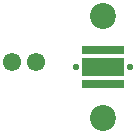
<source format=gts>
%FSLAX46Y46*%
%MOMM*%
%AMPS13*
1,1,1.550000,0.000000,0.000000*
%
%ADD13PS13*%
%AMPS12*
21,1,0.700000,3.500000,0.000000,0.000000,270.000000*
%
%ADD12PS12*%
%AMPS14*
1,1,0.550000,0.000000,0.000000*
%
%ADD14PS14*%
%AMPS10*
1,1,2.200000,0.000000,0.000000*
%
%ADD10PS10*%
%AMPS11*
21,1,1.500000,3.500000,0.000000,0.000000,270.000000*
%
%ADD11PS11*%
G01*
G01*
%LPD*%
G75*
D10*
X5525000Y-4300000D03*
D10*
X5525000Y4300000D03*
D11*
X5525000Y0D03*
D12*
X5525000Y1400000D03*
D12*
X5525000Y-1400000D03*
D13*
X-2125000Y447000D03*
D13*
X-125000Y447000D03*
D14*
X3250000Y0D03*
D14*
X5525000Y0D03*
D14*
X4500000Y0D03*
D14*
X7800000Y0D03*
D14*
X6500000Y0D03*
M02*

</source>
